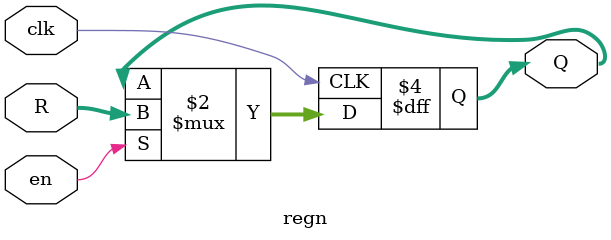
<source format=sv>
module regn(R, en, clk, Q);
	//chanege in postedge
	//when en enable, the regn will change



	parameter n = 8;
	input [n-1:0] R;
	input en, clk;
	output reg [n-1:0] Q;
	
	always@(posedge clk)
		if(en)
			Q <= R;

endmodule
		
</source>
